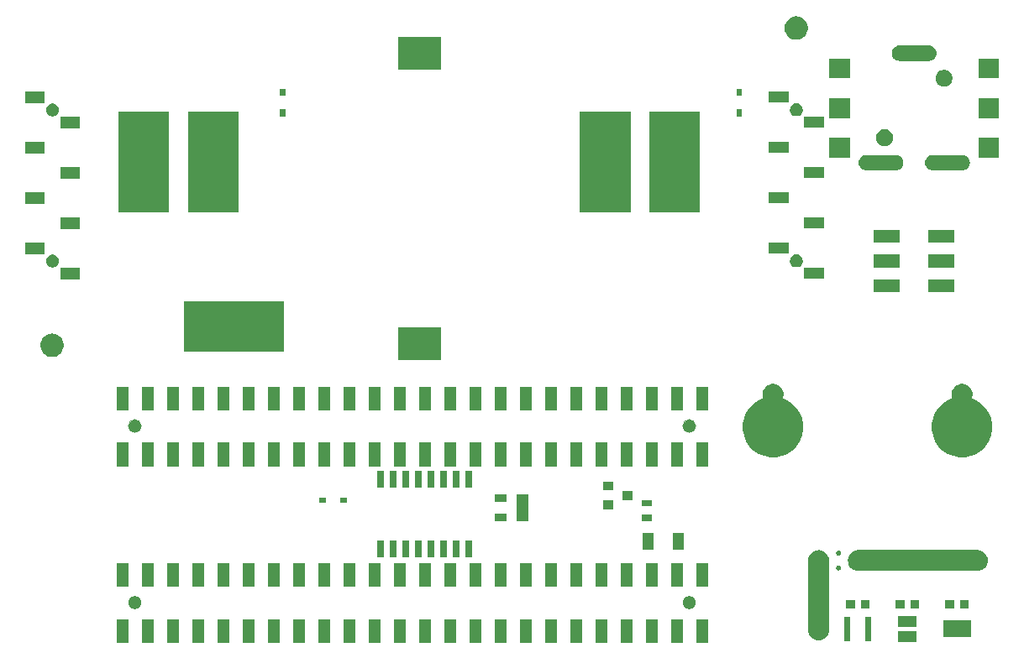
<source format=gts>
G04 #@! TF.GenerationSoftware,KiCad,Pcbnew,(5.1.4)-1*
G04 #@! TF.CreationDate,2020-02-11T19:18:12-08:00*
G04 #@! TF.ProjectId,Light_intensity_data_logger,4c696768-745f-4696-9e74-656e73697479,rev?*
G04 #@! TF.SameCoordinates,Original*
G04 #@! TF.FileFunction,Soldermask,Top*
G04 #@! TF.FilePolarity,Negative*
%FSLAX46Y46*%
G04 Gerber Fmt 4.6, Leading zero omitted, Abs format (unit mm)*
G04 Created by KiCad (PCBNEW (5.1.4)-1) date 2020-02-11 19:18:12*
%MOMM*%
%LPD*%
G04 APERTURE LIST*
%ADD10C,0.100000*%
%ADD11C,0.010000*%
G04 APERTURE END LIST*
D10*
X85726000Y-92450000D02*
G75*
G03X85726000Y-92450000I-646000J0D01*
G01*
D11*
G36*
X99611000Y-90785000D02*
G01*
X98489000Y-90785000D01*
X98489000Y-88463000D01*
X99611000Y-88463000D01*
X99611000Y-90785000D01*
G37*
X99611000Y-90785000D02*
X98489000Y-90785000D01*
X98489000Y-88463000D01*
X99611000Y-88463000D01*
X99611000Y-90785000D01*
G36*
X102151000Y-96437000D02*
G01*
X101029000Y-96437000D01*
X101029000Y-94115000D01*
X102151000Y-94115000D01*
X102151000Y-96437000D01*
G37*
X102151000Y-96437000D02*
X101029000Y-96437000D01*
X101029000Y-94115000D01*
X102151000Y-94115000D01*
X102151000Y-96437000D01*
D10*
X141606000Y-92450000D02*
G75*
G03X141606000Y-92450000I-646000J0D01*
G01*
D11*
G36*
X97071000Y-96437000D02*
G01*
X95949000Y-96437000D01*
X95949000Y-94115000D01*
X97071000Y-94115000D01*
X97071000Y-96437000D01*
G37*
X97071000Y-96437000D02*
X95949000Y-96437000D01*
X95949000Y-94115000D01*
X97071000Y-94115000D01*
X97071000Y-96437000D01*
G36*
X97071000Y-90785000D02*
G01*
X95949000Y-90785000D01*
X95949000Y-88463000D01*
X97071000Y-88463000D01*
X97071000Y-90785000D01*
G37*
X97071000Y-90785000D02*
X95949000Y-90785000D01*
X95949000Y-88463000D01*
X97071000Y-88463000D01*
X97071000Y-90785000D01*
G36*
X84371000Y-90785000D02*
G01*
X83249000Y-90785000D01*
X83249000Y-88463000D01*
X84371000Y-88463000D01*
X84371000Y-90785000D01*
G37*
X84371000Y-90785000D02*
X83249000Y-90785000D01*
X83249000Y-88463000D01*
X84371000Y-88463000D01*
X84371000Y-90785000D01*
G36*
X91991000Y-90785000D02*
G01*
X90869000Y-90785000D01*
X90869000Y-88463000D01*
X91991000Y-88463000D01*
X91991000Y-90785000D01*
G37*
X91991000Y-90785000D02*
X90869000Y-90785000D01*
X90869000Y-88463000D01*
X91991000Y-88463000D01*
X91991000Y-90785000D01*
G36*
X89451000Y-96437000D02*
G01*
X88329000Y-96437000D01*
X88329000Y-94115000D01*
X89451000Y-94115000D01*
X89451000Y-96437000D01*
G37*
X89451000Y-96437000D02*
X88329000Y-96437000D01*
X88329000Y-94115000D01*
X89451000Y-94115000D01*
X89451000Y-96437000D01*
G36*
X84371000Y-96437000D02*
G01*
X83249000Y-96437000D01*
X83249000Y-94115000D01*
X84371000Y-94115000D01*
X84371000Y-96437000D01*
G37*
X84371000Y-96437000D02*
X83249000Y-96437000D01*
X83249000Y-94115000D01*
X84371000Y-94115000D01*
X84371000Y-96437000D01*
G36*
X86911000Y-96437000D02*
G01*
X85789000Y-96437000D01*
X85789000Y-94115000D01*
X86911000Y-94115000D01*
X86911000Y-96437000D01*
G37*
X86911000Y-96437000D02*
X85789000Y-96437000D01*
X85789000Y-94115000D01*
X86911000Y-94115000D01*
X86911000Y-96437000D01*
G36*
X89451000Y-90785000D02*
G01*
X88329000Y-90785000D01*
X88329000Y-88463000D01*
X89451000Y-88463000D01*
X89451000Y-90785000D01*
G37*
X89451000Y-90785000D02*
X88329000Y-90785000D01*
X88329000Y-88463000D01*
X89451000Y-88463000D01*
X89451000Y-90785000D01*
G36*
X102151000Y-90785000D02*
G01*
X101029000Y-90785000D01*
X101029000Y-88463000D01*
X102151000Y-88463000D01*
X102151000Y-90785000D01*
G37*
X102151000Y-90785000D02*
X101029000Y-90785000D01*
X101029000Y-88463000D01*
X102151000Y-88463000D01*
X102151000Y-90785000D01*
G36*
X104691000Y-90785000D02*
G01*
X103569000Y-90785000D01*
X103569000Y-88463000D01*
X104691000Y-88463000D01*
X104691000Y-90785000D01*
G37*
X104691000Y-90785000D02*
X103569000Y-90785000D01*
X103569000Y-88463000D01*
X104691000Y-88463000D01*
X104691000Y-90785000D01*
G36*
X94531000Y-96437000D02*
G01*
X93409000Y-96437000D01*
X93409000Y-94115000D01*
X94531000Y-94115000D01*
X94531000Y-96437000D01*
G37*
X94531000Y-96437000D02*
X93409000Y-96437000D01*
X93409000Y-94115000D01*
X94531000Y-94115000D01*
X94531000Y-96437000D01*
G36*
X104691000Y-96437000D02*
G01*
X103569000Y-96437000D01*
X103569000Y-94115000D01*
X104691000Y-94115000D01*
X104691000Y-96437000D01*
G37*
X104691000Y-96437000D02*
X103569000Y-96437000D01*
X103569000Y-94115000D01*
X104691000Y-94115000D01*
X104691000Y-96437000D01*
G36*
X86911000Y-90785000D02*
G01*
X85789000Y-90785000D01*
X85789000Y-88463000D01*
X86911000Y-88463000D01*
X86911000Y-90785000D01*
G37*
X86911000Y-90785000D02*
X85789000Y-90785000D01*
X85789000Y-88463000D01*
X86911000Y-88463000D01*
X86911000Y-90785000D01*
G36*
X94531000Y-90785000D02*
G01*
X93409000Y-90785000D01*
X93409000Y-88463000D01*
X94531000Y-88463000D01*
X94531000Y-90785000D01*
G37*
X94531000Y-90785000D02*
X93409000Y-90785000D01*
X93409000Y-88463000D01*
X94531000Y-88463000D01*
X94531000Y-90785000D01*
G36*
X99611000Y-96437000D02*
G01*
X98489000Y-96437000D01*
X98489000Y-94115000D01*
X99611000Y-94115000D01*
X99611000Y-96437000D01*
G37*
X99611000Y-96437000D02*
X98489000Y-96437000D01*
X98489000Y-94115000D01*
X99611000Y-94115000D01*
X99611000Y-96437000D01*
G36*
X91991000Y-96437000D02*
G01*
X90869000Y-96437000D01*
X90869000Y-94115000D01*
X91991000Y-94115000D01*
X91991000Y-96437000D01*
G37*
X91991000Y-96437000D02*
X90869000Y-96437000D01*
X90869000Y-94115000D01*
X91991000Y-94115000D01*
X91991000Y-96437000D01*
G36*
X109771000Y-90785000D02*
G01*
X108649000Y-90785000D01*
X108649000Y-88463000D01*
X109771000Y-88463000D01*
X109771000Y-90785000D01*
G37*
X109771000Y-90785000D02*
X108649000Y-90785000D01*
X108649000Y-88463000D01*
X109771000Y-88463000D01*
X109771000Y-90785000D01*
G36*
X114851000Y-96437000D02*
G01*
X113729000Y-96437000D01*
X113729000Y-94115000D01*
X114851000Y-94115000D01*
X114851000Y-96437000D01*
G37*
X114851000Y-96437000D02*
X113729000Y-96437000D01*
X113729000Y-94115000D01*
X114851000Y-94115000D01*
X114851000Y-96437000D01*
G36*
X109771000Y-96437000D02*
G01*
X108649000Y-96437000D01*
X108649000Y-94115000D01*
X109771000Y-94115000D01*
X109771000Y-96437000D01*
G37*
X109771000Y-96437000D02*
X108649000Y-96437000D01*
X108649000Y-94115000D01*
X109771000Y-94115000D01*
X109771000Y-96437000D01*
G36*
X112311000Y-90785000D02*
G01*
X111189000Y-90785000D01*
X111189000Y-88463000D01*
X112311000Y-88463000D01*
X112311000Y-90785000D01*
G37*
X112311000Y-90785000D02*
X111189000Y-90785000D01*
X111189000Y-88463000D01*
X112311000Y-88463000D01*
X112311000Y-90785000D01*
G36*
X114851000Y-90785000D02*
G01*
X113729000Y-90785000D01*
X113729000Y-88463000D01*
X114851000Y-88463000D01*
X114851000Y-90785000D01*
G37*
X114851000Y-90785000D02*
X113729000Y-90785000D01*
X113729000Y-88463000D01*
X114851000Y-88463000D01*
X114851000Y-90785000D01*
G36*
X119931000Y-90785000D02*
G01*
X118809000Y-90785000D01*
X118809000Y-88463000D01*
X119931000Y-88463000D01*
X119931000Y-90785000D01*
G37*
X119931000Y-90785000D02*
X118809000Y-90785000D01*
X118809000Y-88463000D01*
X119931000Y-88463000D01*
X119931000Y-90785000D01*
G36*
X112311000Y-96437000D02*
G01*
X111189000Y-96437000D01*
X111189000Y-94115000D01*
X112311000Y-94115000D01*
X112311000Y-96437000D01*
G37*
X112311000Y-96437000D02*
X111189000Y-96437000D01*
X111189000Y-94115000D01*
X112311000Y-94115000D01*
X112311000Y-96437000D01*
G36*
X117391000Y-96437000D02*
G01*
X116269000Y-96437000D01*
X116269000Y-94115000D01*
X117391000Y-94115000D01*
X117391000Y-96437000D01*
G37*
X117391000Y-96437000D02*
X116269000Y-96437000D01*
X116269000Y-94115000D01*
X117391000Y-94115000D01*
X117391000Y-96437000D01*
G36*
X107231000Y-90785000D02*
G01*
X106109000Y-90785000D01*
X106109000Y-88463000D01*
X107231000Y-88463000D01*
X107231000Y-90785000D01*
G37*
X107231000Y-90785000D02*
X106109000Y-90785000D01*
X106109000Y-88463000D01*
X107231000Y-88463000D01*
X107231000Y-90785000D01*
G36*
X107231000Y-96437000D02*
G01*
X106109000Y-96437000D01*
X106109000Y-94115000D01*
X107231000Y-94115000D01*
X107231000Y-96437000D01*
G37*
X107231000Y-96437000D02*
X106109000Y-96437000D01*
X106109000Y-94115000D01*
X107231000Y-94115000D01*
X107231000Y-96437000D01*
G36*
X117391000Y-90785000D02*
G01*
X116269000Y-90785000D01*
X116269000Y-88463000D01*
X117391000Y-88463000D01*
X117391000Y-90785000D01*
G37*
X117391000Y-90785000D02*
X116269000Y-90785000D01*
X116269000Y-88463000D01*
X117391000Y-88463000D01*
X117391000Y-90785000D01*
G36*
X132631000Y-90785000D02*
G01*
X131509000Y-90785000D01*
X131509000Y-88463000D01*
X132631000Y-88463000D01*
X132631000Y-90785000D01*
G37*
X132631000Y-90785000D02*
X131509000Y-90785000D01*
X131509000Y-88463000D01*
X132631000Y-88463000D01*
X132631000Y-90785000D01*
G36*
X132631000Y-96437000D02*
G01*
X131509000Y-96437000D01*
X131509000Y-94115000D01*
X132631000Y-94115000D01*
X132631000Y-96437000D01*
G37*
X132631000Y-96437000D02*
X131509000Y-96437000D01*
X131509000Y-94115000D01*
X132631000Y-94115000D01*
X132631000Y-96437000D01*
G36*
X137711000Y-90785000D02*
G01*
X136589000Y-90785000D01*
X136589000Y-88463000D01*
X137711000Y-88463000D01*
X137711000Y-90785000D01*
G37*
X137711000Y-90785000D02*
X136589000Y-90785000D01*
X136589000Y-88463000D01*
X137711000Y-88463000D01*
X137711000Y-90785000D01*
G36*
X135171000Y-90785000D02*
G01*
X134049000Y-90785000D01*
X134049000Y-88463000D01*
X135171000Y-88463000D01*
X135171000Y-90785000D01*
G37*
X135171000Y-90785000D02*
X134049000Y-90785000D01*
X134049000Y-88463000D01*
X135171000Y-88463000D01*
X135171000Y-90785000D01*
G36*
X127551000Y-96437000D02*
G01*
X126429000Y-96437000D01*
X126429000Y-94115000D01*
X127551000Y-94115000D01*
X127551000Y-96437000D01*
G37*
X127551000Y-96437000D02*
X126429000Y-96437000D01*
X126429000Y-94115000D01*
X127551000Y-94115000D01*
X127551000Y-96437000D01*
G36*
X127551000Y-90785000D02*
G01*
X126429000Y-90785000D01*
X126429000Y-88463000D01*
X127551000Y-88463000D01*
X127551000Y-90785000D01*
G37*
X127551000Y-90785000D02*
X126429000Y-90785000D01*
X126429000Y-88463000D01*
X127551000Y-88463000D01*
X127551000Y-90785000D01*
G36*
X135171000Y-96437000D02*
G01*
X134049000Y-96437000D01*
X134049000Y-94115000D01*
X135171000Y-94115000D01*
X135171000Y-96437000D01*
G37*
X135171000Y-96437000D02*
X134049000Y-96437000D01*
X134049000Y-94115000D01*
X135171000Y-94115000D01*
X135171000Y-96437000D01*
G36*
X140251000Y-96437000D02*
G01*
X139129000Y-96437000D01*
X139129000Y-94115000D01*
X140251000Y-94115000D01*
X140251000Y-96437000D01*
G37*
X140251000Y-96437000D02*
X139129000Y-96437000D01*
X139129000Y-94115000D01*
X140251000Y-94115000D01*
X140251000Y-96437000D01*
G36*
X140251000Y-90785000D02*
G01*
X139129000Y-90785000D01*
X139129000Y-88463000D01*
X140251000Y-88463000D01*
X140251000Y-90785000D01*
G37*
X140251000Y-90785000D02*
X139129000Y-90785000D01*
X139129000Y-88463000D01*
X140251000Y-88463000D01*
X140251000Y-90785000D01*
G36*
X125011000Y-90785000D02*
G01*
X123889000Y-90785000D01*
X123889000Y-88463000D01*
X125011000Y-88463000D01*
X125011000Y-90785000D01*
G37*
X125011000Y-90785000D02*
X123889000Y-90785000D01*
X123889000Y-88463000D01*
X125011000Y-88463000D01*
X125011000Y-90785000D01*
G36*
X125011000Y-96437000D02*
G01*
X123889000Y-96437000D01*
X123889000Y-94115000D01*
X125011000Y-94115000D01*
X125011000Y-96437000D01*
G37*
X125011000Y-96437000D02*
X123889000Y-96437000D01*
X123889000Y-94115000D01*
X125011000Y-94115000D01*
X125011000Y-96437000D01*
G36*
X119931000Y-96437000D02*
G01*
X118809000Y-96437000D01*
X118809000Y-94115000D01*
X119931000Y-94115000D01*
X119931000Y-96437000D01*
G37*
X119931000Y-96437000D02*
X118809000Y-96437000D01*
X118809000Y-94115000D01*
X119931000Y-94115000D01*
X119931000Y-96437000D01*
G36*
X122471000Y-96437000D02*
G01*
X121349000Y-96437000D01*
X121349000Y-94115000D01*
X122471000Y-94115000D01*
X122471000Y-96437000D01*
G37*
X122471000Y-96437000D02*
X121349000Y-96437000D01*
X121349000Y-94115000D01*
X122471000Y-94115000D01*
X122471000Y-96437000D01*
G36*
X130091000Y-90785000D02*
G01*
X128969000Y-90785000D01*
X128969000Y-88463000D01*
X130091000Y-88463000D01*
X130091000Y-90785000D01*
G37*
X130091000Y-90785000D02*
X128969000Y-90785000D01*
X128969000Y-88463000D01*
X130091000Y-88463000D01*
X130091000Y-90785000D01*
G36*
X137711000Y-96437000D02*
G01*
X136589000Y-96437000D01*
X136589000Y-94115000D01*
X137711000Y-94115000D01*
X137711000Y-96437000D01*
G37*
X137711000Y-96437000D02*
X136589000Y-96437000D01*
X136589000Y-94115000D01*
X137711000Y-94115000D01*
X137711000Y-96437000D01*
G36*
X142791000Y-90785000D02*
G01*
X141669000Y-90785000D01*
X141669000Y-88463000D01*
X142791000Y-88463000D01*
X142791000Y-90785000D01*
G37*
X142791000Y-90785000D02*
X141669000Y-90785000D01*
X141669000Y-88463000D01*
X142791000Y-88463000D01*
X142791000Y-90785000D01*
G36*
X142791000Y-96437000D02*
G01*
X141669000Y-96437000D01*
X141669000Y-94115000D01*
X142791000Y-94115000D01*
X142791000Y-96437000D01*
G37*
X142791000Y-96437000D02*
X141669000Y-96437000D01*
X141669000Y-94115000D01*
X142791000Y-94115000D01*
X142791000Y-96437000D01*
G36*
X122471000Y-90785000D02*
G01*
X121349000Y-90785000D01*
X121349000Y-88463000D01*
X122471000Y-88463000D01*
X122471000Y-90785000D01*
G37*
X122471000Y-90785000D02*
X121349000Y-90785000D01*
X121349000Y-88463000D01*
X122471000Y-88463000D01*
X122471000Y-90785000D01*
G36*
X130091000Y-96437000D02*
G01*
X128969000Y-96437000D01*
X128969000Y-94115000D01*
X130091000Y-94115000D01*
X130091000Y-96437000D01*
G37*
X130091000Y-96437000D02*
X128969000Y-96437000D01*
X128969000Y-94115000D01*
X130091000Y-94115000D01*
X130091000Y-96437000D01*
G36*
X142791000Y-78627000D02*
G01*
X141669000Y-78627000D01*
X141669000Y-76305000D01*
X142791000Y-76305000D01*
X142791000Y-78627000D01*
G37*
X142791000Y-78627000D02*
X141669000Y-78627000D01*
X141669000Y-76305000D01*
X142791000Y-76305000D01*
X142791000Y-78627000D01*
G36*
X142791000Y-72975000D02*
G01*
X141669000Y-72975000D01*
X141669000Y-70653000D01*
X142791000Y-70653000D01*
X142791000Y-72975000D01*
G37*
X142791000Y-72975000D02*
X141669000Y-72975000D01*
X141669000Y-70653000D01*
X142791000Y-70653000D01*
X142791000Y-72975000D01*
G36*
X140251000Y-78627000D02*
G01*
X139129000Y-78627000D01*
X139129000Y-76305000D01*
X140251000Y-76305000D01*
X140251000Y-78627000D01*
G37*
X140251000Y-78627000D02*
X139129000Y-78627000D01*
X139129000Y-76305000D01*
X140251000Y-76305000D01*
X140251000Y-78627000D01*
G36*
X140251000Y-72975000D02*
G01*
X139129000Y-72975000D01*
X139129000Y-70653000D01*
X140251000Y-70653000D01*
X140251000Y-72975000D01*
G37*
X140251000Y-72975000D02*
X139129000Y-72975000D01*
X139129000Y-70653000D01*
X140251000Y-70653000D01*
X140251000Y-72975000D01*
G36*
X137711000Y-78627000D02*
G01*
X136589000Y-78627000D01*
X136589000Y-76305000D01*
X137711000Y-76305000D01*
X137711000Y-78627000D01*
G37*
X137711000Y-78627000D02*
X136589000Y-78627000D01*
X136589000Y-76305000D01*
X137711000Y-76305000D01*
X137711000Y-78627000D01*
G36*
X137711000Y-72975000D02*
G01*
X136589000Y-72975000D01*
X136589000Y-70653000D01*
X137711000Y-70653000D01*
X137711000Y-72975000D01*
G37*
X137711000Y-72975000D02*
X136589000Y-72975000D01*
X136589000Y-70653000D01*
X137711000Y-70653000D01*
X137711000Y-72975000D01*
G36*
X135171000Y-78627000D02*
G01*
X134049000Y-78627000D01*
X134049000Y-76305000D01*
X135171000Y-76305000D01*
X135171000Y-78627000D01*
G37*
X135171000Y-78627000D02*
X134049000Y-78627000D01*
X134049000Y-76305000D01*
X135171000Y-76305000D01*
X135171000Y-78627000D01*
G36*
X135171000Y-72975000D02*
G01*
X134049000Y-72975000D01*
X134049000Y-70653000D01*
X135171000Y-70653000D01*
X135171000Y-72975000D01*
G37*
X135171000Y-72975000D02*
X134049000Y-72975000D01*
X134049000Y-70653000D01*
X135171000Y-70653000D01*
X135171000Y-72975000D01*
G36*
X132631000Y-78627000D02*
G01*
X131509000Y-78627000D01*
X131509000Y-76305000D01*
X132631000Y-76305000D01*
X132631000Y-78627000D01*
G37*
X132631000Y-78627000D02*
X131509000Y-78627000D01*
X131509000Y-76305000D01*
X132631000Y-76305000D01*
X132631000Y-78627000D01*
G36*
X132631000Y-72975000D02*
G01*
X131509000Y-72975000D01*
X131509000Y-70653000D01*
X132631000Y-70653000D01*
X132631000Y-72975000D01*
G37*
X132631000Y-72975000D02*
X131509000Y-72975000D01*
X131509000Y-70653000D01*
X132631000Y-70653000D01*
X132631000Y-72975000D01*
G36*
X130091000Y-78627000D02*
G01*
X128969000Y-78627000D01*
X128969000Y-76305000D01*
X130091000Y-76305000D01*
X130091000Y-78627000D01*
G37*
X130091000Y-78627000D02*
X128969000Y-78627000D01*
X128969000Y-76305000D01*
X130091000Y-76305000D01*
X130091000Y-78627000D01*
G36*
X130091000Y-72975000D02*
G01*
X128969000Y-72975000D01*
X128969000Y-70653000D01*
X130091000Y-70653000D01*
X130091000Y-72975000D01*
G37*
X130091000Y-72975000D02*
X128969000Y-72975000D01*
X128969000Y-70653000D01*
X130091000Y-70653000D01*
X130091000Y-72975000D01*
G36*
X127551000Y-78627000D02*
G01*
X126429000Y-78627000D01*
X126429000Y-76305000D01*
X127551000Y-76305000D01*
X127551000Y-78627000D01*
G37*
X127551000Y-78627000D02*
X126429000Y-78627000D01*
X126429000Y-76305000D01*
X127551000Y-76305000D01*
X127551000Y-78627000D01*
G36*
X127551000Y-72975000D02*
G01*
X126429000Y-72975000D01*
X126429000Y-70653000D01*
X127551000Y-70653000D01*
X127551000Y-72975000D01*
G37*
X127551000Y-72975000D02*
X126429000Y-72975000D01*
X126429000Y-70653000D01*
X127551000Y-70653000D01*
X127551000Y-72975000D01*
G36*
X125011000Y-78627000D02*
G01*
X123889000Y-78627000D01*
X123889000Y-76305000D01*
X125011000Y-76305000D01*
X125011000Y-78627000D01*
G37*
X125011000Y-78627000D02*
X123889000Y-78627000D01*
X123889000Y-76305000D01*
X125011000Y-76305000D01*
X125011000Y-78627000D01*
G36*
X125011000Y-72975000D02*
G01*
X123889000Y-72975000D01*
X123889000Y-70653000D01*
X125011000Y-70653000D01*
X125011000Y-72975000D01*
G37*
X125011000Y-72975000D02*
X123889000Y-72975000D01*
X123889000Y-70653000D01*
X125011000Y-70653000D01*
X125011000Y-72975000D01*
G36*
X122471000Y-78627000D02*
G01*
X121349000Y-78627000D01*
X121349000Y-76305000D01*
X122471000Y-76305000D01*
X122471000Y-78627000D01*
G37*
X122471000Y-78627000D02*
X121349000Y-78627000D01*
X121349000Y-76305000D01*
X122471000Y-76305000D01*
X122471000Y-78627000D01*
G36*
X122471000Y-72975000D02*
G01*
X121349000Y-72975000D01*
X121349000Y-70653000D01*
X122471000Y-70653000D01*
X122471000Y-72975000D01*
G37*
X122471000Y-72975000D02*
X121349000Y-72975000D01*
X121349000Y-70653000D01*
X122471000Y-70653000D01*
X122471000Y-72975000D01*
G36*
X119931000Y-78627000D02*
G01*
X118809000Y-78627000D01*
X118809000Y-76305000D01*
X119931000Y-76305000D01*
X119931000Y-78627000D01*
G37*
X119931000Y-78627000D02*
X118809000Y-78627000D01*
X118809000Y-76305000D01*
X119931000Y-76305000D01*
X119931000Y-78627000D01*
G36*
X119931000Y-72975000D02*
G01*
X118809000Y-72975000D01*
X118809000Y-70653000D01*
X119931000Y-70653000D01*
X119931000Y-72975000D01*
G37*
X119931000Y-72975000D02*
X118809000Y-72975000D01*
X118809000Y-70653000D01*
X119931000Y-70653000D01*
X119931000Y-72975000D01*
G36*
X117391000Y-78627000D02*
G01*
X116269000Y-78627000D01*
X116269000Y-76305000D01*
X117391000Y-76305000D01*
X117391000Y-78627000D01*
G37*
X117391000Y-78627000D02*
X116269000Y-78627000D01*
X116269000Y-76305000D01*
X117391000Y-76305000D01*
X117391000Y-78627000D01*
G36*
X117391000Y-72975000D02*
G01*
X116269000Y-72975000D01*
X116269000Y-70653000D01*
X117391000Y-70653000D01*
X117391000Y-72975000D01*
G37*
X117391000Y-72975000D02*
X116269000Y-72975000D01*
X116269000Y-70653000D01*
X117391000Y-70653000D01*
X117391000Y-72975000D01*
G36*
X114851000Y-78627000D02*
G01*
X113729000Y-78627000D01*
X113729000Y-76305000D01*
X114851000Y-76305000D01*
X114851000Y-78627000D01*
G37*
X114851000Y-78627000D02*
X113729000Y-78627000D01*
X113729000Y-76305000D01*
X114851000Y-76305000D01*
X114851000Y-78627000D01*
G36*
X114851000Y-72975000D02*
G01*
X113729000Y-72975000D01*
X113729000Y-70653000D01*
X114851000Y-70653000D01*
X114851000Y-72975000D01*
G37*
X114851000Y-72975000D02*
X113729000Y-72975000D01*
X113729000Y-70653000D01*
X114851000Y-70653000D01*
X114851000Y-72975000D01*
G36*
X112311000Y-78627000D02*
G01*
X111189000Y-78627000D01*
X111189000Y-76305000D01*
X112311000Y-76305000D01*
X112311000Y-78627000D01*
G37*
X112311000Y-78627000D02*
X111189000Y-78627000D01*
X111189000Y-76305000D01*
X112311000Y-76305000D01*
X112311000Y-78627000D01*
G36*
X112311000Y-72975000D02*
G01*
X111189000Y-72975000D01*
X111189000Y-70653000D01*
X112311000Y-70653000D01*
X112311000Y-72975000D01*
G37*
X112311000Y-72975000D02*
X111189000Y-72975000D01*
X111189000Y-70653000D01*
X112311000Y-70653000D01*
X112311000Y-72975000D01*
G36*
X109771000Y-78627000D02*
G01*
X108649000Y-78627000D01*
X108649000Y-76305000D01*
X109771000Y-76305000D01*
X109771000Y-78627000D01*
G37*
X109771000Y-78627000D02*
X108649000Y-78627000D01*
X108649000Y-76305000D01*
X109771000Y-76305000D01*
X109771000Y-78627000D01*
G36*
X109771000Y-72975000D02*
G01*
X108649000Y-72975000D01*
X108649000Y-70653000D01*
X109771000Y-70653000D01*
X109771000Y-72975000D01*
G37*
X109771000Y-72975000D02*
X108649000Y-72975000D01*
X108649000Y-70653000D01*
X109771000Y-70653000D01*
X109771000Y-72975000D01*
G36*
X107231000Y-78627000D02*
G01*
X106109000Y-78627000D01*
X106109000Y-76305000D01*
X107231000Y-76305000D01*
X107231000Y-78627000D01*
G37*
X107231000Y-78627000D02*
X106109000Y-78627000D01*
X106109000Y-76305000D01*
X107231000Y-76305000D01*
X107231000Y-78627000D01*
G36*
X107231000Y-72975000D02*
G01*
X106109000Y-72975000D01*
X106109000Y-70653000D01*
X107231000Y-70653000D01*
X107231000Y-72975000D01*
G37*
X107231000Y-72975000D02*
X106109000Y-72975000D01*
X106109000Y-70653000D01*
X107231000Y-70653000D01*
X107231000Y-72975000D01*
G36*
X104691000Y-78627000D02*
G01*
X103569000Y-78627000D01*
X103569000Y-76305000D01*
X104691000Y-76305000D01*
X104691000Y-78627000D01*
G37*
X104691000Y-78627000D02*
X103569000Y-78627000D01*
X103569000Y-76305000D01*
X104691000Y-76305000D01*
X104691000Y-78627000D01*
G36*
X104691000Y-72975000D02*
G01*
X103569000Y-72975000D01*
X103569000Y-70653000D01*
X104691000Y-70653000D01*
X104691000Y-72975000D01*
G37*
X104691000Y-72975000D02*
X103569000Y-72975000D01*
X103569000Y-70653000D01*
X104691000Y-70653000D01*
X104691000Y-72975000D01*
G36*
X102151000Y-78627000D02*
G01*
X101029000Y-78627000D01*
X101029000Y-76305000D01*
X102151000Y-76305000D01*
X102151000Y-78627000D01*
G37*
X102151000Y-78627000D02*
X101029000Y-78627000D01*
X101029000Y-76305000D01*
X102151000Y-76305000D01*
X102151000Y-78627000D01*
G36*
X102151000Y-72975000D02*
G01*
X101029000Y-72975000D01*
X101029000Y-70653000D01*
X102151000Y-70653000D01*
X102151000Y-72975000D01*
G37*
X102151000Y-72975000D02*
X101029000Y-72975000D01*
X101029000Y-70653000D01*
X102151000Y-70653000D01*
X102151000Y-72975000D01*
G36*
X99611000Y-78627000D02*
G01*
X98489000Y-78627000D01*
X98489000Y-76305000D01*
X99611000Y-76305000D01*
X99611000Y-78627000D01*
G37*
X99611000Y-78627000D02*
X98489000Y-78627000D01*
X98489000Y-76305000D01*
X99611000Y-76305000D01*
X99611000Y-78627000D01*
G36*
X99611000Y-72975000D02*
G01*
X98489000Y-72975000D01*
X98489000Y-70653000D01*
X99611000Y-70653000D01*
X99611000Y-72975000D01*
G37*
X99611000Y-72975000D02*
X98489000Y-72975000D01*
X98489000Y-70653000D01*
X99611000Y-70653000D01*
X99611000Y-72975000D01*
G36*
X97071000Y-78627000D02*
G01*
X95949000Y-78627000D01*
X95949000Y-76305000D01*
X97071000Y-76305000D01*
X97071000Y-78627000D01*
G37*
X97071000Y-78627000D02*
X95949000Y-78627000D01*
X95949000Y-76305000D01*
X97071000Y-76305000D01*
X97071000Y-78627000D01*
G36*
X97071000Y-72975000D02*
G01*
X95949000Y-72975000D01*
X95949000Y-70653000D01*
X97071000Y-70653000D01*
X97071000Y-72975000D01*
G37*
X97071000Y-72975000D02*
X95949000Y-72975000D01*
X95949000Y-70653000D01*
X97071000Y-70653000D01*
X97071000Y-72975000D01*
G36*
X94531000Y-78627000D02*
G01*
X93409000Y-78627000D01*
X93409000Y-76305000D01*
X94531000Y-76305000D01*
X94531000Y-78627000D01*
G37*
X94531000Y-78627000D02*
X93409000Y-78627000D01*
X93409000Y-76305000D01*
X94531000Y-76305000D01*
X94531000Y-78627000D01*
G36*
X94531000Y-72975000D02*
G01*
X93409000Y-72975000D01*
X93409000Y-70653000D01*
X94531000Y-70653000D01*
X94531000Y-72975000D01*
G37*
X94531000Y-72975000D02*
X93409000Y-72975000D01*
X93409000Y-70653000D01*
X94531000Y-70653000D01*
X94531000Y-72975000D01*
G36*
X91991000Y-78627000D02*
G01*
X90869000Y-78627000D01*
X90869000Y-76305000D01*
X91991000Y-76305000D01*
X91991000Y-78627000D01*
G37*
X91991000Y-78627000D02*
X90869000Y-78627000D01*
X90869000Y-76305000D01*
X91991000Y-76305000D01*
X91991000Y-78627000D01*
G36*
X91991000Y-72975000D02*
G01*
X90869000Y-72975000D01*
X90869000Y-70653000D01*
X91991000Y-70653000D01*
X91991000Y-72975000D01*
G37*
X91991000Y-72975000D02*
X90869000Y-72975000D01*
X90869000Y-70653000D01*
X91991000Y-70653000D01*
X91991000Y-72975000D01*
G36*
X89451000Y-78627000D02*
G01*
X88329000Y-78627000D01*
X88329000Y-76305000D01*
X89451000Y-76305000D01*
X89451000Y-78627000D01*
G37*
X89451000Y-78627000D02*
X88329000Y-78627000D01*
X88329000Y-76305000D01*
X89451000Y-76305000D01*
X89451000Y-78627000D01*
G36*
X89451000Y-72975000D02*
G01*
X88329000Y-72975000D01*
X88329000Y-70653000D01*
X89451000Y-70653000D01*
X89451000Y-72975000D01*
G37*
X89451000Y-72975000D02*
X88329000Y-72975000D01*
X88329000Y-70653000D01*
X89451000Y-70653000D01*
X89451000Y-72975000D01*
G36*
X86911000Y-78627000D02*
G01*
X85789000Y-78627000D01*
X85789000Y-76305000D01*
X86911000Y-76305000D01*
X86911000Y-78627000D01*
G37*
X86911000Y-78627000D02*
X85789000Y-78627000D01*
X85789000Y-76305000D01*
X86911000Y-76305000D01*
X86911000Y-78627000D01*
G36*
X86911000Y-72975000D02*
G01*
X85789000Y-72975000D01*
X85789000Y-70653000D01*
X86911000Y-70653000D01*
X86911000Y-72975000D01*
G37*
X86911000Y-72975000D02*
X85789000Y-72975000D01*
X85789000Y-70653000D01*
X86911000Y-70653000D01*
X86911000Y-72975000D01*
G36*
X84371000Y-78627000D02*
G01*
X83249000Y-78627000D01*
X83249000Y-76305000D01*
X84371000Y-76305000D01*
X84371000Y-78627000D01*
G37*
X84371000Y-78627000D02*
X83249000Y-78627000D01*
X83249000Y-76305000D01*
X84371000Y-76305000D01*
X84371000Y-78627000D01*
G36*
X84371000Y-72975000D02*
G01*
X83249000Y-72975000D01*
X83249000Y-70653000D01*
X84371000Y-70653000D01*
X84371000Y-72975000D01*
G37*
X84371000Y-72975000D02*
X83249000Y-72975000D01*
X83249000Y-70653000D01*
X84371000Y-70653000D01*
X84371000Y-72975000D01*
D10*
X85726000Y-74640000D02*
G75*
G03X85726000Y-74640000I-646000J0D01*
G01*
X141606000Y-74640000D02*
G75*
G03X141606000Y-74640000I-646000J0D01*
G01*
G36*
X163841000Y-96411000D02*
G01*
X162039000Y-96411000D01*
X162039000Y-95309000D01*
X163841000Y-95309000D01*
X163841000Y-96411000D01*
X163841000Y-96411000D01*
G37*
G36*
X159266000Y-96311000D02*
G01*
X158664000Y-96311000D01*
X158664000Y-93909000D01*
X159266000Y-93909000D01*
X159266000Y-96311000D01*
X159266000Y-96311000D01*
G37*
G36*
X157216001Y-96311000D02*
G01*
X156614001Y-96311000D01*
X156614001Y-93909000D01*
X157216001Y-93909000D01*
X157216001Y-96311000D01*
X157216001Y-96311000D01*
G37*
G36*
X154206031Y-87164207D02*
G01*
X154404145Y-87224305D01*
X154404148Y-87224306D01*
X154461632Y-87255032D01*
X154586729Y-87321897D01*
X154746765Y-87453235D01*
X154878103Y-87613271D01*
X154919838Y-87691353D01*
X154975694Y-87795851D01*
X154975694Y-87795852D01*
X154975695Y-87795854D01*
X155035793Y-87993968D01*
X155051000Y-88148370D01*
X155051000Y-95251630D01*
X155035793Y-95406032D01*
X154975695Y-95604146D01*
X154975694Y-95604149D01*
X154945306Y-95661000D01*
X154878103Y-95786729D01*
X154746765Y-95946765D01*
X154586729Y-96078103D01*
X154500975Y-96123939D01*
X154404149Y-96175694D01*
X154404146Y-96175695D01*
X154206032Y-96235793D01*
X154000000Y-96256085D01*
X153793969Y-96235793D01*
X153595855Y-96175695D01*
X153595852Y-96175694D01*
X153499026Y-96123939D01*
X153413272Y-96078103D01*
X153253236Y-95946765D01*
X153121898Y-95786729D01*
X153054695Y-95661000D01*
X153024307Y-95604149D01*
X153024306Y-95604146D01*
X152964208Y-95406032D01*
X152949001Y-95251630D01*
X152949000Y-88148371D01*
X152964207Y-87993969D01*
X153024305Y-87795855D01*
X153024306Y-87795852D01*
X153059521Y-87729970D01*
X153121897Y-87613271D01*
X153253235Y-87453235D01*
X153413271Y-87321897D01*
X153538367Y-87255032D01*
X153595851Y-87224306D01*
X153595854Y-87224305D01*
X153793968Y-87164207D01*
X154000000Y-87143915D01*
X154206031Y-87164207D01*
X154206031Y-87164207D01*
G37*
G36*
X169341000Y-95946000D02*
G01*
X166539000Y-95946000D01*
X166539000Y-94194000D01*
X169341000Y-94194000D01*
X169341000Y-95946000D01*
X169341000Y-95946000D01*
G37*
G36*
X163841000Y-94911000D02*
G01*
X162039000Y-94911000D01*
X162039000Y-93809000D01*
X163841000Y-93809000D01*
X163841000Y-94911000D01*
X163841000Y-94911000D01*
G37*
G36*
X141148431Y-91828825D02*
G01*
X141265995Y-91877521D01*
X141371801Y-91948219D01*
X141461781Y-92038199D01*
X141532479Y-92144005D01*
X141581175Y-92261569D01*
X141606000Y-92386373D01*
X141606000Y-92513627D01*
X141581175Y-92638431D01*
X141532479Y-92755995D01*
X141461781Y-92861801D01*
X141371801Y-92951781D01*
X141265995Y-93022479D01*
X141148431Y-93071175D01*
X141023627Y-93096000D01*
X140896373Y-93096000D01*
X140771569Y-93071175D01*
X140654005Y-93022479D01*
X140548199Y-92951781D01*
X140458219Y-92861801D01*
X140387521Y-92755995D01*
X140338825Y-92638431D01*
X140314000Y-92513627D01*
X140314000Y-92386373D01*
X140338825Y-92261569D01*
X140387521Y-92144005D01*
X140458219Y-92038199D01*
X140548199Y-91948219D01*
X140654005Y-91877521D01*
X140771569Y-91828825D01*
X140896373Y-91804000D01*
X141023627Y-91804000D01*
X141148431Y-91828825D01*
X141148431Y-91828825D01*
G37*
G36*
X85268431Y-91828825D02*
G01*
X85385995Y-91877521D01*
X85491801Y-91948219D01*
X85581781Y-92038199D01*
X85652479Y-92144005D01*
X85701175Y-92261569D01*
X85726000Y-92386373D01*
X85726000Y-92513627D01*
X85701175Y-92638431D01*
X85652479Y-92755995D01*
X85581781Y-92861801D01*
X85491801Y-92951781D01*
X85385995Y-93022479D01*
X85268431Y-93071175D01*
X85143627Y-93096000D01*
X85016373Y-93096000D01*
X84891569Y-93071175D01*
X84774005Y-93022479D01*
X84668199Y-92951781D01*
X84578219Y-92861801D01*
X84507521Y-92755995D01*
X84458825Y-92638431D01*
X84434000Y-92513627D01*
X84434000Y-92386373D01*
X84458825Y-92261569D01*
X84507521Y-92144005D01*
X84578219Y-92038199D01*
X84668199Y-91948219D01*
X84774005Y-91877521D01*
X84891569Y-91828825D01*
X85016373Y-91804000D01*
X85143627Y-91804000D01*
X85268431Y-91828825D01*
X85268431Y-91828825D01*
G37*
G36*
X169141000Y-93036000D02*
G01*
X168239000Y-93036000D01*
X168239000Y-92184000D01*
X169141000Y-92184000D01*
X169141000Y-93036000D01*
X169141000Y-93036000D01*
G37*
G36*
X167641000Y-93036000D02*
G01*
X166739000Y-93036000D01*
X166739000Y-92184000D01*
X167641000Y-92184000D01*
X167641000Y-93036000D01*
X167641000Y-93036000D01*
G37*
G36*
X164141000Y-93036000D02*
G01*
X163239000Y-93036000D01*
X163239000Y-92184000D01*
X164141000Y-92184000D01*
X164141000Y-93036000D01*
X164141000Y-93036000D01*
G37*
G36*
X162641000Y-93036000D02*
G01*
X161739000Y-93036000D01*
X161739000Y-92184000D01*
X162641000Y-92184000D01*
X162641000Y-93036000D01*
X162641000Y-93036000D01*
G37*
G36*
X157641000Y-93016000D02*
G01*
X156739000Y-93016000D01*
X156739000Y-92164000D01*
X157641000Y-92164000D01*
X157641000Y-93016000D01*
X157641000Y-93016000D01*
G37*
G36*
X159141000Y-93016000D02*
G01*
X158239000Y-93016000D01*
X158239000Y-92164000D01*
X159141000Y-92164000D01*
X159141000Y-93016000D01*
X159141000Y-93016000D01*
G37*
G36*
X170103097Y-87154069D02*
G01*
X170206032Y-87164207D01*
X170404146Y-87224305D01*
X170404149Y-87224306D01*
X170461633Y-87255032D01*
X170586729Y-87321897D01*
X170746765Y-87453235D01*
X170878103Y-87613271D01*
X170919838Y-87691353D01*
X170975694Y-87795851D01*
X170975694Y-87795852D01*
X170975695Y-87795854D01*
X171035793Y-87993968D01*
X171056085Y-88200000D01*
X171035793Y-88406032D01*
X170975695Y-88604146D01*
X170975694Y-88604149D01*
X170924995Y-88699000D01*
X170878103Y-88786729D01*
X170746765Y-88946765D01*
X170586729Y-89078103D01*
X170527057Y-89109998D01*
X170404149Y-89175694D01*
X170404146Y-89175695D01*
X170206032Y-89235793D01*
X170103097Y-89245931D01*
X170051631Y-89251000D01*
X157948369Y-89251000D01*
X157896903Y-89245931D01*
X157793968Y-89235793D01*
X157595854Y-89175695D01*
X157595851Y-89175694D01*
X157472943Y-89109998D01*
X157413271Y-89078103D01*
X157253235Y-88946765D01*
X157121897Y-88786729D01*
X157075005Y-88699000D01*
X157024306Y-88604149D01*
X157024305Y-88604146D01*
X156964207Y-88406032D01*
X156943915Y-88200000D01*
X156964207Y-87993968D01*
X157024305Y-87795854D01*
X157024306Y-87795852D01*
X157024306Y-87795851D01*
X157080162Y-87691353D01*
X157121897Y-87613271D01*
X157253235Y-87453235D01*
X157413271Y-87321897D01*
X157538367Y-87255032D01*
X157595851Y-87224306D01*
X157595854Y-87224305D01*
X157793968Y-87164207D01*
X157896903Y-87154069D01*
X157948369Y-87149000D01*
X170051631Y-87149000D01*
X170103097Y-87154069D01*
X170103097Y-87154069D01*
G37*
G36*
X156073214Y-88708646D02*
G01*
X156073217Y-88708647D01*
X156073216Y-88708647D01*
X156118894Y-88727567D01*
X156159998Y-88755032D01*
X156160000Y-88755034D01*
X156160003Y-88755036D01*
X156194964Y-88789997D01*
X156194966Y-88790000D01*
X156194968Y-88790002D01*
X156222433Y-88831106D01*
X156222433Y-88831107D01*
X156241354Y-88876786D01*
X156251000Y-88925279D01*
X156251000Y-88974721D01*
X156241354Y-89023214D01*
X156241353Y-89023216D01*
X156222433Y-89068894D01*
X156194968Y-89109998D01*
X156194966Y-89110000D01*
X156194964Y-89110003D01*
X156160003Y-89144964D01*
X156160000Y-89144966D01*
X156159998Y-89144968D01*
X156118894Y-89172433D01*
X156086594Y-89185812D01*
X156073214Y-89191354D01*
X156024721Y-89201000D01*
X155975279Y-89201000D01*
X155926786Y-89191354D01*
X155913406Y-89185812D01*
X155881106Y-89172433D01*
X155840002Y-89144968D01*
X155840000Y-89144966D01*
X155839997Y-89144964D01*
X155805036Y-89110003D01*
X155805034Y-89110000D01*
X155805032Y-89109998D01*
X155777567Y-89068894D01*
X155758647Y-89023216D01*
X155758646Y-89023214D01*
X155749000Y-88974721D01*
X155749000Y-88925279D01*
X155758646Y-88876786D01*
X155777567Y-88831107D01*
X155777567Y-88831106D01*
X155805032Y-88790002D01*
X155805034Y-88790000D01*
X155805036Y-88789997D01*
X155839997Y-88755036D01*
X155840000Y-88755034D01*
X155840002Y-88755032D01*
X155881106Y-88727567D01*
X155926784Y-88708647D01*
X155926783Y-88708647D01*
X155926786Y-88708646D01*
X155975279Y-88699000D01*
X156024721Y-88699000D01*
X156073214Y-88708646D01*
X156073214Y-88708646D01*
G37*
G36*
X119061000Y-87856000D02*
G01*
X118359000Y-87856000D01*
X118359000Y-86164000D01*
X119061000Y-86164000D01*
X119061000Y-87856000D01*
X119061000Y-87856000D01*
G37*
G36*
X117791000Y-87856000D02*
G01*
X117089000Y-87856000D01*
X117089000Y-86164000D01*
X117791000Y-86164000D01*
X117791000Y-87856000D01*
X117791000Y-87856000D01*
G37*
G36*
X116521000Y-87856000D02*
G01*
X115819000Y-87856000D01*
X115819000Y-86164000D01*
X116521000Y-86164000D01*
X116521000Y-87856000D01*
X116521000Y-87856000D01*
G37*
G36*
X115251000Y-87856000D02*
G01*
X114549000Y-87856000D01*
X114549000Y-86164000D01*
X115251000Y-86164000D01*
X115251000Y-87856000D01*
X115251000Y-87856000D01*
G37*
G36*
X113981000Y-87856000D02*
G01*
X113279000Y-87856000D01*
X113279000Y-86164000D01*
X113981000Y-86164000D01*
X113981000Y-87856000D01*
X113981000Y-87856000D01*
G37*
G36*
X112711000Y-87856000D02*
G01*
X112009000Y-87856000D01*
X112009000Y-86164000D01*
X112711000Y-86164000D01*
X112711000Y-87856000D01*
X112711000Y-87856000D01*
G37*
G36*
X111441000Y-87856000D02*
G01*
X110739000Y-87856000D01*
X110739000Y-86164000D01*
X111441000Y-86164000D01*
X111441000Y-87856000D01*
X111441000Y-87856000D01*
G37*
G36*
X110171000Y-87856000D02*
G01*
X109469000Y-87856000D01*
X109469000Y-86164000D01*
X110171000Y-86164000D01*
X110171000Y-87856000D01*
X110171000Y-87856000D01*
G37*
G36*
X156073214Y-87208646D02*
G01*
X156073217Y-87208647D01*
X156073216Y-87208647D01*
X156118894Y-87227567D01*
X156159998Y-87255032D01*
X156160000Y-87255034D01*
X156160003Y-87255036D01*
X156194964Y-87289997D01*
X156194966Y-87290000D01*
X156194968Y-87290002D01*
X156222433Y-87331106D01*
X156222433Y-87331107D01*
X156241354Y-87376786D01*
X156251000Y-87425279D01*
X156251000Y-87474721D01*
X156241354Y-87523214D01*
X156241353Y-87523216D01*
X156222433Y-87568894D01*
X156194968Y-87609998D01*
X156194966Y-87610000D01*
X156194964Y-87610003D01*
X156160003Y-87644964D01*
X156160000Y-87644966D01*
X156159998Y-87644968D01*
X156118894Y-87672433D01*
X156086594Y-87685812D01*
X156073214Y-87691354D01*
X156024721Y-87701000D01*
X155975279Y-87701000D01*
X155926786Y-87691354D01*
X155913406Y-87685812D01*
X155881106Y-87672433D01*
X155840002Y-87644968D01*
X155840000Y-87644966D01*
X155839997Y-87644964D01*
X155805036Y-87610003D01*
X155805034Y-87610000D01*
X155805032Y-87609998D01*
X155777567Y-87568894D01*
X155758647Y-87523216D01*
X155758646Y-87523214D01*
X155749000Y-87474721D01*
X155749000Y-87425279D01*
X155758646Y-87376786D01*
X155777567Y-87331107D01*
X155777567Y-87331106D01*
X155805032Y-87290002D01*
X155805034Y-87290000D01*
X155805036Y-87289997D01*
X155839997Y-87255036D01*
X155840000Y-87255034D01*
X155840002Y-87255032D01*
X155881106Y-87227567D01*
X155926784Y-87208647D01*
X155926783Y-87208647D01*
X155926786Y-87208646D01*
X155975279Y-87199000D01*
X156024721Y-87199000D01*
X156073214Y-87208646D01*
X156073214Y-87208646D01*
G37*
G36*
X137381000Y-87161000D02*
G01*
X136279000Y-87161000D01*
X136279000Y-85459000D01*
X137381000Y-85459000D01*
X137381000Y-87161000D01*
X137381000Y-87161000D01*
G37*
G36*
X140381000Y-87161000D02*
G01*
X139279000Y-87161000D01*
X139279000Y-85459000D01*
X140381000Y-85459000D01*
X140381000Y-87161000D01*
X140381000Y-87161000D01*
G37*
G36*
X122541000Y-84206000D02*
G01*
X121379000Y-84206000D01*
X121379000Y-83454000D01*
X122541000Y-83454000D01*
X122541000Y-84206000D01*
X122541000Y-84206000D01*
G37*
G36*
X124741000Y-84206000D02*
G01*
X123579000Y-84206000D01*
X123579000Y-81554000D01*
X124741000Y-81554000D01*
X124741000Y-84206000D01*
X124741000Y-84206000D01*
G37*
G36*
X137181000Y-84201000D02*
G01*
X136179000Y-84201000D01*
X136179000Y-83599000D01*
X137181000Y-83599000D01*
X137181000Y-84201000D01*
X137181000Y-84201000D01*
G37*
G36*
X133261000Y-83041000D02*
G01*
X132259000Y-83041000D01*
X132259000Y-82139000D01*
X133261000Y-82139000D01*
X133261000Y-83041000D01*
X133261000Y-83041000D01*
G37*
G36*
X137181000Y-82701000D02*
G01*
X136179000Y-82701000D01*
X136179000Y-82099000D01*
X137181000Y-82099000D01*
X137181000Y-82701000D01*
X137181000Y-82701000D01*
G37*
G36*
X104361000Y-82396000D02*
G01*
X103659000Y-82396000D01*
X103659000Y-81844000D01*
X104361000Y-81844000D01*
X104361000Y-82396000D01*
X104361000Y-82396000D01*
G37*
G36*
X106461000Y-82396000D02*
G01*
X105759000Y-82396000D01*
X105759000Y-81844000D01*
X106461000Y-81844000D01*
X106461000Y-82396000D01*
X106461000Y-82396000D01*
G37*
G36*
X122541000Y-82306000D02*
G01*
X121379000Y-82306000D01*
X121379000Y-81554000D01*
X122541000Y-81554000D01*
X122541000Y-82306000D01*
X122541000Y-82306000D01*
G37*
G36*
X135261000Y-82091000D02*
G01*
X134259000Y-82091000D01*
X134259000Y-81189000D01*
X135261000Y-81189000D01*
X135261000Y-82091000D01*
X135261000Y-82091000D01*
G37*
G36*
X133261000Y-81141000D02*
G01*
X132259000Y-81141000D01*
X132259000Y-80239000D01*
X133261000Y-80239000D01*
X133261000Y-81141000D01*
X133261000Y-81141000D01*
G37*
G36*
X112711000Y-80866000D02*
G01*
X112009000Y-80866000D01*
X112009000Y-79174000D01*
X112711000Y-79174000D01*
X112711000Y-80866000D01*
X112711000Y-80866000D01*
G37*
G36*
X113981000Y-80866000D02*
G01*
X113279000Y-80866000D01*
X113279000Y-79174000D01*
X113981000Y-79174000D01*
X113981000Y-80866000D01*
X113981000Y-80866000D01*
G37*
G36*
X115251000Y-80866000D02*
G01*
X114549000Y-80866000D01*
X114549000Y-79174000D01*
X115251000Y-79174000D01*
X115251000Y-80866000D01*
X115251000Y-80866000D01*
G37*
G36*
X116521000Y-80866000D02*
G01*
X115819000Y-80866000D01*
X115819000Y-79174000D01*
X116521000Y-79174000D01*
X116521000Y-80866000D01*
X116521000Y-80866000D01*
G37*
G36*
X117791000Y-80866000D02*
G01*
X117089000Y-80866000D01*
X117089000Y-79174000D01*
X117791000Y-79174000D01*
X117791000Y-80866000D01*
X117791000Y-80866000D01*
G37*
G36*
X119061000Y-80866000D02*
G01*
X118359000Y-80866000D01*
X118359000Y-79174000D01*
X119061000Y-79174000D01*
X119061000Y-80866000D01*
X119061000Y-80866000D01*
G37*
G36*
X111441000Y-80866000D02*
G01*
X110739000Y-80866000D01*
X110739000Y-79174000D01*
X111441000Y-79174000D01*
X111441000Y-80866000D01*
X111441000Y-80866000D01*
G37*
G36*
X110171000Y-80866000D02*
G01*
X109469000Y-80866000D01*
X109469000Y-79174000D01*
X110171000Y-79174000D01*
X110171000Y-80866000D01*
X110171000Y-80866000D01*
G37*
G36*
X168756564Y-70419389D02*
G01*
X168947833Y-70498615D01*
X168947835Y-70498616D01*
X169119973Y-70613635D01*
X169266365Y-70760027D01*
X169381385Y-70932167D01*
X169460611Y-71123436D01*
X169501000Y-71326484D01*
X169501000Y-71533516D01*
X169460471Y-71737269D01*
X169458069Y-71761655D01*
X169460471Y-71786041D01*
X169467584Y-71809490D01*
X169479135Y-71831101D01*
X169494680Y-71850043D01*
X169513622Y-71865588D01*
X169535233Y-71877139D01*
X169895189Y-72026238D01*
X169895190Y-72026239D01*
X170394899Y-72360134D01*
X170819866Y-72785101D01*
X170819867Y-72785103D01*
X171153762Y-73284811D01*
X171383752Y-73840057D01*
X171501000Y-74429501D01*
X171501000Y-75030499D01*
X171383752Y-75619943D01*
X171153762Y-76175189D01*
X171153761Y-76175190D01*
X170819866Y-76674899D01*
X170394899Y-77099866D01*
X170143347Y-77267948D01*
X169895189Y-77433762D01*
X169339943Y-77663752D01*
X168750499Y-77781000D01*
X168149501Y-77781000D01*
X167560057Y-77663752D01*
X167004811Y-77433762D01*
X166756653Y-77267948D01*
X166505101Y-77099866D01*
X166080134Y-76674899D01*
X165746239Y-76175190D01*
X165746238Y-76175189D01*
X165516248Y-75619943D01*
X165399000Y-75030499D01*
X165399000Y-74429501D01*
X165516248Y-73840057D01*
X165746238Y-73284811D01*
X166080133Y-72785103D01*
X166080134Y-72785101D01*
X166505101Y-72360134D01*
X167004810Y-72026239D01*
X167004811Y-72026238D01*
X167364767Y-71877139D01*
X167386378Y-71865588D01*
X167405320Y-71850043D01*
X167420865Y-71831101D01*
X167432416Y-71809490D01*
X167439529Y-71786041D01*
X167441931Y-71761655D01*
X167439529Y-71737269D01*
X167399000Y-71533516D01*
X167399000Y-71326484D01*
X167439389Y-71123436D01*
X167518615Y-70932167D01*
X167633635Y-70760027D01*
X167780027Y-70613635D01*
X167952165Y-70498616D01*
X167952167Y-70498615D01*
X168143436Y-70419389D01*
X168346484Y-70379000D01*
X168553516Y-70379000D01*
X168756564Y-70419389D01*
X168756564Y-70419389D01*
G37*
G36*
X149706564Y-70419389D02*
G01*
X149897833Y-70498615D01*
X149897835Y-70498616D01*
X150069973Y-70613635D01*
X150216365Y-70760027D01*
X150331385Y-70932167D01*
X150410611Y-71123436D01*
X150451000Y-71326484D01*
X150451000Y-71533516D01*
X150410471Y-71737269D01*
X150408069Y-71761655D01*
X150410471Y-71786041D01*
X150417584Y-71809490D01*
X150429135Y-71831101D01*
X150444680Y-71850043D01*
X150463622Y-71865588D01*
X150485233Y-71877139D01*
X150845189Y-72026238D01*
X150845190Y-72026239D01*
X151344899Y-72360134D01*
X151769866Y-72785101D01*
X151769867Y-72785103D01*
X152103762Y-73284811D01*
X152333752Y-73840057D01*
X152451000Y-74429501D01*
X152451000Y-75030499D01*
X152333752Y-75619943D01*
X152103762Y-76175189D01*
X152103761Y-76175190D01*
X151769866Y-76674899D01*
X151344899Y-77099866D01*
X151093347Y-77267948D01*
X150845189Y-77433762D01*
X150289943Y-77663752D01*
X149700499Y-77781000D01*
X149099501Y-77781000D01*
X148510057Y-77663752D01*
X147954811Y-77433762D01*
X147706653Y-77267948D01*
X147455101Y-77099866D01*
X147030134Y-76674899D01*
X146696239Y-76175190D01*
X146696238Y-76175189D01*
X146466248Y-75619943D01*
X146349000Y-75030499D01*
X146349000Y-74429501D01*
X146466248Y-73840057D01*
X146696238Y-73284811D01*
X147030133Y-72785103D01*
X147030134Y-72785101D01*
X147455101Y-72360134D01*
X147954810Y-72026239D01*
X147954811Y-72026238D01*
X148314767Y-71877139D01*
X148336378Y-71865588D01*
X148355320Y-71850043D01*
X148370865Y-71831101D01*
X148382416Y-71809490D01*
X148389529Y-71786041D01*
X148391931Y-71761655D01*
X148389529Y-71737269D01*
X148349000Y-71533516D01*
X148349000Y-71326484D01*
X148389389Y-71123436D01*
X148468615Y-70932167D01*
X148583635Y-70760027D01*
X148730027Y-70613635D01*
X148902165Y-70498616D01*
X148902167Y-70498615D01*
X149093436Y-70419389D01*
X149296484Y-70379000D01*
X149503516Y-70379000D01*
X149706564Y-70419389D01*
X149706564Y-70419389D01*
G37*
G36*
X141148431Y-74018825D02*
G01*
X141265995Y-74067521D01*
X141371801Y-74138219D01*
X141461781Y-74228199D01*
X141532479Y-74334005D01*
X141581175Y-74451569D01*
X141606000Y-74576373D01*
X141606000Y-74703627D01*
X141581175Y-74828431D01*
X141532479Y-74945995D01*
X141461781Y-75051801D01*
X141371801Y-75141781D01*
X141265995Y-75212479D01*
X141148431Y-75261175D01*
X141023627Y-75286000D01*
X140896373Y-75286000D01*
X140771569Y-75261175D01*
X140654005Y-75212479D01*
X140548199Y-75141781D01*
X140458219Y-75051801D01*
X140387521Y-74945995D01*
X140338825Y-74828431D01*
X140314000Y-74703627D01*
X140314000Y-74576373D01*
X140338825Y-74451569D01*
X140387521Y-74334005D01*
X140458219Y-74228199D01*
X140548199Y-74138219D01*
X140654005Y-74067521D01*
X140771569Y-74018825D01*
X140896373Y-73994000D01*
X141023627Y-73994000D01*
X141148431Y-74018825D01*
X141148431Y-74018825D01*
G37*
G36*
X85268431Y-74018825D02*
G01*
X85385995Y-74067521D01*
X85491801Y-74138219D01*
X85581781Y-74228199D01*
X85652479Y-74334005D01*
X85701175Y-74451569D01*
X85726000Y-74576373D01*
X85726000Y-74703627D01*
X85701175Y-74828431D01*
X85652479Y-74945995D01*
X85581781Y-75051801D01*
X85491801Y-75141781D01*
X85385995Y-75212479D01*
X85268431Y-75261175D01*
X85143627Y-75286000D01*
X85016373Y-75286000D01*
X84891569Y-75261175D01*
X84774005Y-75212479D01*
X84668199Y-75141781D01*
X84578219Y-75051801D01*
X84507521Y-74945995D01*
X84458825Y-74828431D01*
X84434000Y-74703627D01*
X84434000Y-74576373D01*
X84458825Y-74451569D01*
X84507521Y-74334005D01*
X84578219Y-74228199D01*
X84668199Y-74138219D01*
X84774005Y-74067521D01*
X84891569Y-74018825D01*
X85016373Y-73994000D01*
X85143627Y-73994000D01*
X85268431Y-74018825D01*
X85268431Y-74018825D01*
G37*
G36*
X115931000Y-68021000D02*
G01*
X111629000Y-68021000D01*
X111629000Y-64719000D01*
X115931000Y-64719000D01*
X115931000Y-68021000D01*
X115931000Y-68021000D01*
G37*
G36*
X76931980Y-65328824D02*
G01*
X77083447Y-65358953D01*
X77297465Y-65447602D01*
X77297466Y-65447603D01*
X77490074Y-65576299D01*
X77653881Y-65740106D01*
X77739678Y-65868511D01*
X77782578Y-65932715D01*
X77871227Y-66146733D01*
X77916420Y-66373934D01*
X77916420Y-66605586D01*
X77871227Y-66832787D01*
X77782578Y-67046805D01*
X77782577Y-67046806D01*
X77653881Y-67239414D01*
X77490074Y-67403221D01*
X77361669Y-67489018D01*
X77297465Y-67531918D01*
X77083447Y-67620567D01*
X76931980Y-67650696D01*
X76856247Y-67665760D01*
X76624593Y-67665760D01*
X76548860Y-67650696D01*
X76397393Y-67620567D01*
X76183375Y-67531918D01*
X76119171Y-67489018D01*
X75990766Y-67403221D01*
X75826959Y-67239414D01*
X75698263Y-67046806D01*
X75698262Y-67046805D01*
X75609613Y-66832787D01*
X75564420Y-66605586D01*
X75564420Y-66373934D01*
X75609613Y-66146733D01*
X75698262Y-65932715D01*
X75741162Y-65868511D01*
X75826959Y-65740106D01*
X75990766Y-65576299D01*
X76183374Y-65447603D01*
X76183375Y-65447602D01*
X76397393Y-65358953D01*
X76548860Y-65328824D01*
X76624593Y-65313760D01*
X76856247Y-65313760D01*
X76931980Y-65328824D01*
X76931980Y-65328824D01*
G37*
G36*
X100111000Y-67141000D02*
G01*
X90009000Y-67141000D01*
X90009000Y-62039000D01*
X100111000Y-62039000D01*
X100111000Y-67141000D01*
X100111000Y-67141000D01*
G37*
G36*
X162151000Y-61161000D02*
G01*
X159549000Y-61161000D01*
X159549000Y-59859000D01*
X162151000Y-59859000D01*
X162151000Y-61161000D01*
X162151000Y-61161000D01*
G37*
G36*
X167651000Y-61161000D02*
G01*
X165049000Y-61161000D01*
X165049000Y-59859000D01*
X167651000Y-59859000D01*
X167651000Y-61161000D01*
X167651000Y-61161000D01*
G37*
G36*
X79562040Y-59826460D02*
G01*
X77555040Y-59826460D01*
X77555040Y-58708460D01*
X79562040Y-58708460D01*
X79562040Y-59826460D01*
X79562040Y-59826460D01*
G37*
G36*
X154542040Y-59806460D02*
G01*
X152535040Y-59806460D01*
X152535040Y-58688460D01*
X154542040Y-58688460D01*
X154542040Y-59806460D01*
X154542040Y-59806460D01*
G37*
G36*
X167651000Y-58661000D02*
G01*
X165049000Y-58661000D01*
X165049000Y-57359000D01*
X167651000Y-57359000D01*
X167651000Y-58661000D01*
X167651000Y-58661000D01*
G37*
G36*
X162151000Y-58661000D02*
G01*
X159549000Y-58661000D01*
X159549000Y-57359000D01*
X162151000Y-57359000D01*
X162151000Y-58661000D01*
X162151000Y-58661000D01*
G37*
G36*
X76968431Y-57378825D02*
G01*
X77085995Y-57427521D01*
X77191801Y-57498219D01*
X77281781Y-57588199D01*
X77352479Y-57694005D01*
X77401175Y-57811569D01*
X77426000Y-57936373D01*
X77426000Y-58063627D01*
X77401175Y-58188431D01*
X77352479Y-58305995D01*
X77281781Y-58411801D01*
X77191801Y-58501781D01*
X77085995Y-58572479D01*
X76968431Y-58621175D01*
X76843627Y-58646000D01*
X76716373Y-58646000D01*
X76591569Y-58621175D01*
X76474005Y-58572479D01*
X76368199Y-58501781D01*
X76278219Y-58411801D01*
X76207521Y-58305995D01*
X76158825Y-58188431D01*
X76134000Y-58063627D01*
X76134000Y-57936373D01*
X76158825Y-57811569D01*
X76207521Y-57694005D01*
X76278219Y-57588199D01*
X76368199Y-57498219D01*
X76474005Y-57427521D01*
X76591569Y-57378825D01*
X76716373Y-57354000D01*
X76843627Y-57354000D01*
X76968431Y-57378825D01*
X76968431Y-57378825D01*
G37*
G36*
X151948431Y-57358825D02*
G01*
X152065995Y-57407521D01*
X152171801Y-57478219D01*
X152261781Y-57568199D01*
X152332479Y-57674005D01*
X152381175Y-57791569D01*
X152406000Y-57916373D01*
X152406000Y-58043627D01*
X152381175Y-58168431D01*
X152332479Y-58285995D01*
X152261781Y-58391801D01*
X152171801Y-58481781D01*
X152065995Y-58552479D01*
X151948431Y-58601175D01*
X151823627Y-58626000D01*
X151696373Y-58626000D01*
X151571569Y-58601175D01*
X151454005Y-58552479D01*
X151348199Y-58481781D01*
X151258219Y-58391801D01*
X151187521Y-58285995D01*
X151138825Y-58168431D01*
X151114000Y-58043627D01*
X151114000Y-57916373D01*
X151138825Y-57791569D01*
X151187521Y-57674005D01*
X151258219Y-57568199D01*
X151348199Y-57478219D01*
X151454005Y-57407521D01*
X151571569Y-57358825D01*
X151696373Y-57334000D01*
X151823627Y-57334000D01*
X151948431Y-57358825D01*
X151948431Y-57358825D01*
G37*
G36*
X76006040Y-57286460D02*
G01*
X73999040Y-57286460D01*
X73999040Y-56168460D01*
X76006040Y-56168460D01*
X76006040Y-57286460D01*
X76006040Y-57286460D01*
G37*
G36*
X150986040Y-57266460D02*
G01*
X148979040Y-57266460D01*
X148979040Y-56148460D01*
X150986040Y-56148460D01*
X150986040Y-57266460D01*
X150986040Y-57266460D01*
G37*
G36*
X167651000Y-56161000D02*
G01*
X165049000Y-56161000D01*
X165049000Y-54859000D01*
X167651000Y-54859000D01*
X167651000Y-56161000D01*
X167651000Y-56161000D01*
G37*
G36*
X162151000Y-56161000D02*
G01*
X159549000Y-56161000D01*
X159549000Y-54859000D01*
X162151000Y-54859000D01*
X162151000Y-56161000D01*
X162151000Y-56161000D01*
G37*
G36*
X79562040Y-54746460D02*
G01*
X77555040Y-54746460D01*
X77555040Y-53628460D01*
X79562040Y-53628460D01*
X79562040Y-54746460D01*
X79562040Y-54746460D01*
G37*
G36*
X154542040Y-54726460D02*
G01*
X152535040Y-54726460D01*
X152535040Y-53608460D01*
X154542040Y-53608460D01*
X154542040Y-54726460D01*
X154542040Y-54726460D01*
G37*
G36*
X88551000Y-53051000D02*
G01*
X83449000Y-53051000D01*
X83449000Y-42949000D01*
X88551000Y-42949000D01*
X88551000Y-53051000D01*
X88551000Y-53051000D01*
G37*
G36*
X142051000Y-53051000D02*
G01*
X136949000Y-53051000D01*
X136949000Y-42949000D01*
X142051000Y-42949000D01*
X142051000Y-53051000D01*
X142051000Y-53051000D01*
G37*
G36*
X135051000Y-53051000D02*
G01*
X129949000Y-53051000D01*
X129949000Y-42949000D01*
X135051000Y-42949000D01*
X135051000Y-53051000D01*
X135051000Y-53051000D01*
G37*
G36*
X95551000Y-53051000D02*
G01*
X90449000Y-53051000D01*
X90449000Y-42949000D01*
X95551000Y-42949000D01*
X95551000Y-53051000D01*
X95551000Y-53051000D01*
G37*
G36*
X76006040Y-52206460D02*
G01*
X73999040Y-52206460D01*
X73999040Y-51088460D01*
X76006040Y-51088460D01*
X76006040Y-52206460D01*
X76006040Y-52206460D01*
G37*
G36*
X150986040Y-52186460D02*
G01*
X148979040Y-52186460D01*
X148979040Y-51068460D01*
X150986040Y-51068460D01*
X150986040Y-52186460D01*
X150986040Y-52186460D01*
G37*
G36*
X79562040Y-49666460D02*
G01*
X77555040Y-49666460D01*
X77555040Y-48548460D01*
X79562040Y-48548460D01*
X79562040Y-49666460D01*
X79562040Y-49666460D01*
G37*
G36*
X154542040Y-49646460D02*
G01*
X152535040Y-49646460D01*
X152535040Y-48528460D01*
X154542040Y-48528460D01*
X154542040Y-49646460D01*
X154542040Y-49646460D01*
G37*
G36*
X168617121Y-47320228D02*
G01*
X168763402Y-47364602D01*
X168898204Y-47436655D01*
X169016369Y-47533631D01*
X169113345Y-47651796D01*
X169185398Y-47786598D01*
X169229772Y-47932879D01*
X169244754Y-48085000D01*
X169229772Y-48237121D01*
X169185398Y-48383402D01*
X169113345Y-48518204D01*
X169113343Y-48518207D01*
X169113342Y-48518208D01*
X169016369Y-48636369D01*
X168898204Y-48733345D01*
X168763402Y-48805398D01*
X168617121Y-48849772D01*
X168503118Y-48861000D01*
X165476882Y-48861000D01*
X165362879Y-48849772D01*
X165216598Y-48805398D01*
X165081796Y-48733345D01*
X164963631Y-48636369D01*
X164866658Y-48518208D01*
X164866657Y-48518207D01*
X164866655Y-48518204D01*
X164794602Y-48383402D01*
X164750228Y-48237121D01*
X164735246Y-48085000D01*
X164750228Y-47932879D01*
X164794602Y-47786598D01*
X164866655Y-47651796D01*
X164963631Y-47533631D01*
X165081796Y-47436655D01*
X165216598Y-47364602D01*
X165362879Y-47320228D01*
X165476882Y-47309000D01*
X168503118Y-47309000D01*
X168617121Y-47320228D01*
X168617121Y-47320228D01*
G37*
G36*
X161917121Y-47320228D02*
G01*
X162063402Y-47364602D01*
X162198204Y-47436655D01*
X162316369Y-47533631D01*
X162413345Y-47651796D01*
X162485398Y-47786598D01*
X162529772Y-47932879D01*
X162544754Y-48085000D01*
X162529772Y-48237121D01*
X162485398Y-48383402D01*
X162413345Y-48518204D01*
X162413343Y-48518207D01*
X162413342Y-48518208D01*
X162316369Y-48636369D01*
X162198204Y-48733345D01*
X162063402Y-48805398D01*
X161917121Y-48849772D01*
X161803118Y-48861000D01*
X158776882Y-48861000D01*
X158662879Y-48849772D01*
X158516598Y-48805398D01*
X158381796Y-48733345D01*
X158263631Y-48636369D01*
X158166658Y-48518208D01*
X158166657Y-48518207D01*
X158166655Y-48518204D01*
X158094602Y-48383402D01*
X158050228Y-48237121D01*
X158035246Y-48085000D01*
X158050228Y-47932879D01*
X158094602Y-47786598D01*
X158166655Y-47651796D01*
X158263631Y-47533631D01*
X158381796Y-47436655D01*
X158516598Y-47364602D01*
X158662879Y-47320228D01*
X158776882Y-47309000D01*
X161803118Y-47309000D01*
X161917121Y-47320228D01*
X161917121Y-47320228D01*
G37*
G36*
X157191000Y-47561000D02*
G01*
X155089000Y-47561000D01*
X155089000Y-45559000D01*
X157191000Y-45559000D01*
X157191000Y-47561000D01*
X157191000Y-47561000D01*
G37*
G36*
X172191000Y-47561000D02*
G01*
X170089000Y-47561000D01*
X170089000Y-45559000D01*
X172191000Y-45559000D01*
X172191000Y-47561000D01*
X172191000Y-47561000D01*
G37*
G36*
X76006040Y-47126460D02*
G01*
X73999040Y-47126460D01*
X73999040Y-46008460D01*
X76006040Y-46008460D01*
X76006040Y-47126460D01*
X76006040Y-47126460D01*
G37*
G36*
X150986040Y-47106460D02*
G01*
X148979040Y-47106460D01*
X148979040Y-45988460D01*
X150986040Y-45988460D01*
X150986040Y-47106460D01*
X150986040Y-47106460D01*
G37*
G36*
X160888228Y-44741703D02*
G01*
X161043100Y-44805853D01*
X161182481Y-44898985D01*
X161301015Y-45017519D01*
X161394147Y-45156900D01*
X161458297Y-45311772D01*
X161491000Y-45476184D01*
X161491000Y-45643816D01*
X161458297Y-45808228D01*
X161394147Y-45963100D01*
X161301015Y-46102481D01*
X161182481Y-46221015D01*
X161043100Y-46314147D01*
X160888228Y-46378297D01*
X160723816Y-46411000D01*
X160556184Y-46411000D01*
X160391772Y-46378297D01*
X160236900Y-46314147D01*
X160097519Y-46221015D01*
X159978985Y-46102481D01*
X159885853Y-45963100D01*
X159821703Y-45808228D01*
X159789000Y-45643816D01*
X159789000Y-45476184D01*
X159821703Y-45311772D01*
X159885853Y-45156900D01*
X159978985Y-45017519D01*
X160097519Y-44898985D01*
X160236900Y-44805853D01*
X160391772Y-44741703D01*
X160556184Y-44709000D01*
X160723816Y-44709000D01*
X160888228Y-44741703D01*
X160888228Y-44741703D01*
G37*
G36*
X79562040Y-44586460D02*
G01*
X77555040Y-44586460D01*
X77555040Y-43468460D01*
X79562040Y-43468460D01*
X79562040Y-44586460D01*
X79562040Y-44586460D01*
G37*
G36*
X154542040Y-44566460D02*
G01*
X152535040Y-44566460D01*
X152535040Y-43448460D01*
X154542040Y-43448460D01*
X154542040Y-44566460D01*
X154542040Y-44566460D01*
G37*
G36*
X157191000Y-43561000D02*
G01*
X155089000Y-43561000D01*
X155089000Y-41559000D01*
X157191000Y-41559000D01*
X157191000Y-43561000D01*
X157191000Y-43561000D01*
G37*
G36*
X172191000Y-43561000D02*
G01*
X170089000Y-43561000D01*
X170089000Y-41559000D01*
X172191000Y-41559000D01*
X172191000Y-43561000D01*
X172191000Y-43561000D01*
G37*
G36*
X76968431Y-42138825D02*
G01*
X77085995Y-42187521D01*
X77191801Y-42258219D01*
X77281781Y-42348199D01*
X77352479Y-42454005D01*
X77401175Y-42571569D01*
X77426000Y-42696373D01*
X77426000Y-42823627D01*
X77401175Y-42948431D01*
X77352479Y-43065995D01*
X77281781Y-43171801D01*
X77191801Y-43261781D01*
X77085995Y-43332479D01*
X76968431Y-43381175D01*
X76843627Y-43406000D01*
X76716373Y-43406000D01*
X76591569Y-43381175D01*
X76474005Y-43332479D01*
X76368199Y-43261781D01*
X76278219Y-43171801D01*
X76207521Y-43065995D01*
X76158825Y-42948431D01*
X76134000Y-42823627D01*
X76134000Y-42696373D01*
X76158825Y-42571569D01*
X76207521Y-42454005D01*
X76278219Y-42348199D01*
X76368199Y-42258219D01*
X76474005Y-42187521D01*
X76591569Y-42138825D01*
X76716373Y-42114000D01*
X76843627Y-42114000D01*
X76968431Y-42138825D01*
X76968431Y-42138825D01*
G37*
G36*
X146276000Y-43401000D02*
G01*
X145724000Y-43401000D01*
X145724000Y-42699000D01*
X146276000Y-42699000D01*
X146276000Y-43401000D01*
X146276000Y-43401000D01*
G37*
G36*
X100276000Y-43401000D02*
G01*
X99724000Y-43401000D01*
X99724000Y-42699000D01*
X100276000Y-42699000D01*
X100276000Y-43401000D01*
X100276000Y-43401000D01*
G37*
G36*
X151948431Y-42118825D02*
G01*
X152065995Y-42167521D01*
X152171801Y-42238219D01*
X152261781Y-42328199D01*
X152332479Y-42434005D01*
X152381175Y-42551569D01*
X152406000Y-42676373D01*
X152406000Y-42803627D01*
X152381175Y-42928431D01*
X152332479Y-43045995D01*
X152261781Y-43151801D01*
X152171801Y-43241781D01*
X152065995Y-43312479D01*
X151948431Y-43361175D01*
X151823627Y-43386000D01*
X151696373Y-43386000D01*
X151571569Y-43361175D01*
X151454005Y-43312479D01*
X151348199Y-43241781D01*
X151258219Y-43151801D01*
X151187521Y-43045995D01*
X151138825Y-42928431D01*
X151114000Y-42803627D01*
X151114000Y-42676373D01*
X151138825Y-42551569D01*
X151187521Y-42434005D01*
X151258219Y-42328199D01*
X151348199Y-42238219D01*
X151454005Y-42167521D01*
X151571569Y-42118825D01*
X151696373Y-42094000D01*
X151823627Y-42094000D01*
X151948431Y-42118825D01*
X151948431Y-42118825D01*
G37*
G36*
X76006040Y-42046460D02*
G01*
X73999040Y-42046460D01*
X73999040Y-40928460D01*
X76006040Y-40928460D01*
X76006040Y-42046460D01*
X76006040Y-42046460D01*
G37*
G36*
X150986040Y-42026460D02*
G01*
X148979040Y-42026460D01*
X148979040Y-40908460D01*
X150986040Y-40908460D01*
X150986040Y-42026460D01*
X150986040Y-42026460D01*
G37*
G36*
X100276000Y-41301000D02*
G01*
X99724000Y-41301000D01*
X99724000Y-40599000D01*
X100276000Y-40599000D01*
X100276000Y-41301000D01*
X100276000Y-41301000D01*
G37*
G36*
X146276000Y-41301000D02*
G01*
X145724000Y-41301000D01*
X145724000Y-40599000D01*
X146276000Y-40599000D01*
X146276000Y-41301000D01*
X146276000Y-41301000D01*
G37*
G36*
X166888228Y-38741703D02*
G01*
X167043100Y-38805853D01*
X167182481Y-38898985D01*
X167301015Y-39017519D01*
X167394147Y-39156900D01*
X167458297Y-39311772D01*
X167491000Y-39476184D01*
X167491000Y-39643816D01*
X167458297Y-39808228D01*
X167394147Y-39963100D01*
X167301015Y-40102481D01*
X167182481Y-40221015D01*
X167043100Y-40314147D01*
X166888228Y-40378297D01*
X166723816Y-40411000D01*
X166556184Y-40411000D01*
X166391772Y-40378297D01*
X166236900Y-40314147D01*
X166097519Y-40221015D01*
X165978985Y-40102481D01*
X165885853Y-39963100D01*
X165821703Y-39808228D01*
X165789000Y-39643816D01*
X165789000Y-39476184D01*
X165821703Y-39311772D01*
X165885853Y-39156900D01*
X165978985Y-39017519D01*
X166097519Y-38898985D01*
X166236900Y-38805853D01*
X166391772Y-38741703D01*
X166556184Y-38709000D01*
X166723816Y-38709000D01*
X166888228Y-38741703D01*
X166888228Y-38741703D01*
G37*
G36*
X172191000Y-39561000D02*
G01*
X170089000Y-39561000D01*
X170089000Y-37559000D01*
X172191000Y-37559000D01*
X172191000Y-39561000D01*
X172191000Y-39561000D01*
G37*
G36*
X157191000Y-39561000D02*
G01*
X155089000Y-39561000D01*
X155089000Y-37559000D01*
X157191000Y-37559000D01*
X157191000Y-39561000D01*
X157191000Y-39561000D01*
G37*
G36*
X115931000Y-38721000D02*
G01*
X111629000Y-38721000D01*
X111629000Y-35419000D01*
X115931000Y-35419000D01*
X115931000Y-38721000D01*
X115931000Y-38721000D01*
G37*
G36*
X165267121Y-36270228D02*
G01*
X165413402Y-36314602D01*
X165548204Y-36386655D01*
X165666369Y-36483631D01*
X165763345Y-36601796D01*
X165835398Y-36736598D01*
X165879772Y-36882879D01*
X165894754Y-37035000D01*
X165879772Y-37187121D01*
X165835398Y-37333402D01*
X165763345Y-37468204D01*
X165666369Y-37586369D01*
X165548204Y-37683345D01*
X165413402Y-37755398D01*
X165267121Y-37799772D01*
X165153118Y-37811000D01*
X162126882Y-37811000D01*
X162012879Y-37799772D01*
X161866598Y-37755398D01*
X161731796Y-37683345D01*
X161613631Y-37586369D01*
X161516655Y-37468204D01*
X161444602Y-37333402D01*
X161400228Y-37187121D01*
X161385246Y-37035000D01*
X161400228Y-36882879D01*
X161444602Y-36736598D01*
X161516655Y-36601796D01*
X161613631Y-36483631D01*
X161731796Y-36386655D01*
X161866598Y-36314602D01*
X162012879Y-36270228D01*
X162126882Y-36259000D01*
X165153118Y-36259000D01*
X165267121Y-36270228D01*
X165267121Y-36270228D01*
G37*
G36*
X151931980Y-33328824D02*
G01*
X152083447Y-33358953D01*
X152297465Y-33447602D01*
X152297466Y-33447603D01*
X152490074Y-33576299D01*
X152653881Y-33740106D01*
X152739678Y-33868511D01*
X152782578Y-33932715D01*
X152871227Y-34146733D01*
X152916420Y-34373934D01*
X152916420Y-34605586D01*
X152871227Y-34832787D01*
X152782578Y-35046805D01*
X152782577Y-35046806D01*
X152653881Y-35239414D01*
X152490074Y-35403221D01*
X152361669Y-35489018D01*
X152297465Y-35531918D01*
X152083447Y-35620567D01*
X151931980Y-35650696D01*
X151856247Y-35665760D01*
X151624593Y-35665760D01*
X151548860Y-35650696D01*
X151397393Y-35620567D01*
X151183375Y-35531918D01*
X151119171Y-35489018D01*
X150990766Y-35403221D01*
X150826959Y-35239414D01*
X150698263Y-35046806D01*
X150698262Y-35046805D01*
X150609613Y-34832787D01*
X150564420Y-34605586D01*
X150564420Y-34373934D01*
X150609613Y-34146733D01*
X150698262Y-33932715D01*
X150741162Y-33868511D01*
X150826959Y-33740106D01*
X150990766Y-33576299D01*
X151183374Y-33447603D01*
X151183375Y-33447602D01*
X151397393Y-33358953D01*
X151548860Y-33328824D01*
X151624593Y-33313760D01*
X151856247Y-33313760D01*
X151931980Y-33328824D01*
X151931980Y-33328824D01*
G37*
M02*

</source>
